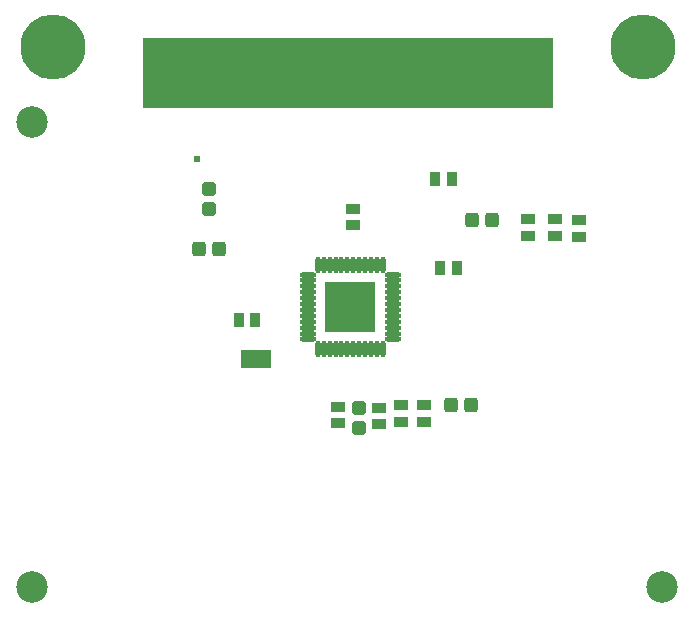
<source format=gts>
G04*
G04 #@! TF.GenerationSoftware,Altium Limited,Altium Designer,22.9.1 (49)*
G04*
G04 Layer_Color=8388736*
%FSLAX25Y25*%
%MOIN*%
G70*
G04*
G04 #@! TF.SameCoordinates,F39438FC-3B75-4A19-992D-F472731E60C8*
G04*
G04*
G04 #@! TF.FilePolarity,Negative*
G04*
G01*
G75*
%ADD27R,0.10236X0.06299*%
%ADD28R,1.37008X0.23524*%
%ADD29C,0.10512*%
G04:AMPARAMS|DCode=30|XSize=47.37mil|YSize=43.43mil|CornerRadius=8.43mil|HoleSize=0mil|Usage=FLASHONLY|Rotation=270.000|XOffset=0mil|YOffset=0mil|HoleType=Round|Shape=RoundedRectangle|*
%AMROUNDEDRECTD30*
21,1,0.04737,0.02657,0,0,270.0*
21,1,0.03051,0.04343,0,0,270.0*
1,1,0.01686,-0.01329,-0.01526*
1,1,0.01686,-0.01329,0.01526*
1,1,0.01686,0.01329,0.01526*
1,1,0.01686,0.01329,-0.01526*
%
%ADD30ROUNDEDRECTD30*%
%ADD31R,0.03300X0.05800*%
%ADD32O,0.01784X0.05524*%
G04:AMPARAMS|DCode=33|XSize=47.37mil|YSize=43.43mil|CornerRadius=8.43mil|HoleSize=0mil|Usage=FLASHONLY|Rotation=0.000|XOffset=0mil|YOffset=0mil|HoleType=Round|Shape=RoundedRectangle|*
%AMROUNDEDRECTD33*
21,1,0.04737,0.02657,0,0,0.0*
21,1,0.03051,0.04343,0,0,0.0*
1,1,0.01686,0.01526,-0.01329*
1,1,0.01686,-0.01526,-0.01329*
1,1,0.01686,-0.01526,0.01329*
1,1,0.01686,0.01526,0.01329*
%
%ADD33ROUNDEDRECTD33*%
%ADD34R,0.03556X0.17335*%
%ADD35O,0.05524X0.01784*%
%ADD36R,0.16942X0.16942*%
%ADD37R,0.04540X0.03753*%
%ADD38R,0.03753X0.04540*%
%ADD39R,0.03556X0.17335*%
%ADD40C,0.21666*%
%ADD41C,0.02200*%
%ADD42C,0.02400*%
%ADD43C,0.03200*%
D27*
X394565Y286163D02*
D03*
D28*
X425295Y381456D02*
D03*
D29*
X320000Y210000D02*
D03*
Y365000D02*
D03*
X530000Y210000D02*
D03*
D30*
X375654Y322669D02*
D03*
X382347D02*
D03*
X466347Y270756D02*
D03*
X459654D02*
D03*
X466653Y332500D02*
D03*
X473347D02*
D03*
D31*
X391368Y286163D02*
D03*
X394611D02*
D03*
X397856D02*
D03*
D32*
X425016Y289425D02*
D03*
X436827Y317575D02*
D03*
X434858D02*
D03*
X432890D02*
D03*
X430921D02*
D03*
X428953D02*
D03*
X426984D02*
D03*
X425016D02*
D03*
X423047D02*
D03*
X421079D02*
D03*
X419110D02*
D03*
X417142D02*
D03*
X415173D02*
D03*
Y289425D02*
D03*
X417142D02*
D03*
X419110D02*
D03*
X421079D02*
D03*
X423047D02*
D03*
X426984D02*
D03*
X428953D02*
D03*
X430921D02*
D03*
X432890D02*
D03*
X434858D02*
D03*
X436827D02*
D03*
D33*
X428953Y269847D02*
D03*
X379000Y342834D02*
D03*
Y336141D02*
D03*
X428953Y263154D02*
D03*
D34*
X387894Y378454D02*
D03*
X380020D02*
D03*
X399705D02*
D03*
X372146D02*
D03*
X391831D02*
D03*
X383957D02*
D03*
X376083D02*
D03*
X368209D02*
D03*
X395768D02*
D03*
X411516D02*
D03*
X407579D02*
D03*
X403642D02*
D03*
X360335D02*
D03*
X490256D02*
D03*
X486319D02*
D03*
X458760D02*
D03*
X470571D02*
D03*
X482382D02*
D03*
X462697D02*
D03*
X478445D02*
D03*
X474508D02*
D03*
X466634D02*
D03*
X454823D02*
D03*
X450886D02*
D03*
X435138D02*
D03*
X415453D02*
D03*
X431201D02*
D03*
X423327D02*
D03*
X427264D02*
D03*
X439075D02*
D03*
D35*
X440075Y292673D02*
D03*
Y294642D02*
D03*
Y296610D02*
D03*
Y298579D02*
D03*
Y300547D02*
D03*
Y302516D02*
D03*
Y304484D02*
D03*
Y306453D02*
D03*
Y308421D02*
D03*
Y310390D02*
D03*
Y312358D02*
D03*
Y314327D02*
D03*
X411925D02*
D03*
Y312358D02*
D03*
Y310390D02*
D03*
Y308421D02*
D03*
Y306453D02*
D03*
Y304484D02*
D03*
Y302516D02*
D03*
Y300547D02*
D03*
Y298579D02*
D03*
Y296610D02*
D03*
Y294642D02*
D03*
Y292673D02*
D03*
D36*
X426000Y303500D02*
D03*
D37*
X502319Y332500D02*
D03*
Y326988D02*
D03*
X494319Y332756D02*
D03*
Y327244D02*
D03*
X485319Y332756D02*
D03*
Y327244D02*
D03*
X450500Y265244D02*
D03*
Y270756D02*
D03*
X443000Y265244D02*
D03*
Y270756D02*
D03*
X427000Y330744D02*
D03*
Y336256D02*
D03*
X422000Y270256D02*
D03*
Y264744D02*
D03*
X435719Y264462D02*
D03*
Y269973D02*
D03*
D38*
X454365Y346296D02*
D03*
X459877D02*
D03*
X461516Y316500D02*
D03*
X456004D02*
D03*
X388744Y299000D02*
D03*
X394256D02*
D03*
D39*
X364272Y378454D02*
D03*
X419390D02*
D03*
D40*
X326870Y390265D02*
D03*
X523721D02*
D03*
D41*
X332683Y384452D02*
D03*
X335091Y390265D02*
D03*
X332683Y396078D02*
D03*
X326870Y398486D02*
D03*
D03*
X321057Y396078D02*
D03*
X318649Y390265D02*
D03*
X321057Y384452D02*
D03*
X326870Y382045D02*
D03*
X529533Y384452D02*
D03*
X531941Y390265D02*
D03*
X529533Y396078D02*
D03*
X523721Y398486D02*
D03*
D03*
X517907Y396078D02*
D03*
X515500Y390265D02*
D03*
X517907Y384452D02*
D03*
X523721Y382045D02*
D03*
D42*
X375000Y352815D02*
D03*
D43*
X419504Y309996D02*
D03*
X423835D02*
D03*
X428165D02*
D03*
X432496D02*
D03*
X419504Y305665D02*
D03*
X423835D02*
D03*
X428165D02*
D03*
X432496D02*
D03*
X419504Y301335D02*
D03*
X423835D02*
D03*
X428165D02*
D03*
X432496D02*
D03*
X419504Y297004D02*
D03*
X423835D02*
D03*
X428165D02*
D03*
X432496D02*
D03*
M02*

</source>
